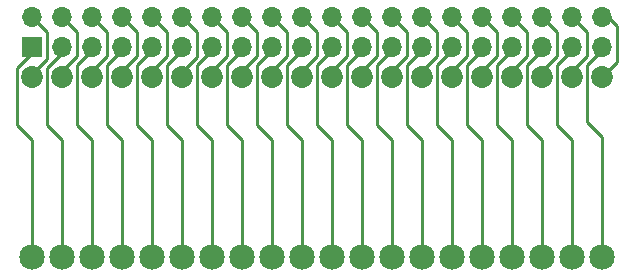
<source format=gbr>
G04 #@! TF.FileFunction,Copper,L1,Top,Signal*
%FSLAX46Y46*%
G04 Gerber Fmt 4.6, Leading zero omitted, Abs format (unit mm)*
G04 Created by KiCad (PCBNEW 4.0.4-stable) date 12/12/17 20:44:01*
%MOMM*%
%LPD*%
G01*
G04 APERTURE LIST*
%ADD10C,0.100000*%
%ADD11R,1.700000X1.700000*%
%ADD12O,1.700000X1.700000*%
%ADD13C,2.159000*%
%ADD14C,1.854200*%
%ADD15C,0.250000*%
G04 APERTURE END LIST*
D10*
D11*
X127000000Y-91440000D03*
D12*
X127000000Y-88900000D03*
X129540000Y-91440000D03*
X129540000Y-88900000D03*
X132080000Y-91440000D03*
X132080000Y-88900000D03*
X134620000Y-91440000D03*
X134620000Y-88900000D03*
X137160000Y-91440000D03*
X137160000Y-88900000D03*
X139700000Y-91440000D03*
X139700000Y-88900000D03*
X142240000Y-91440000D03*
X142240000Y-88900000D03*
X144780000Y-91440000D03*
X144780000Y-88900000D03*
X147320000Y-91440000D03*
X147320000Y-88900000D03*
X149860000Y-91440000D03*
X149860000Y-88900000D03*
X152400000Y-91440000D03*
X152400000Y-88900000D03*
X154940000Y-91440000D03*
X154940000Y-88900000D03*
X157480000Y-91440000D03*
X157480000Y-88900000D03*
X160020000Y-91440000D03*
X160020000Y-88900000D03*
X162560000Y-91440000D03*
X162560000Y-88900000D03*
X165100000Y-91440000D03*
X165100000Y-88900000D03*
X167640000Y-91440000D03*
X167640000Y-88900000D03*
X170180000Y-91440000D03*
X170180000Y-88900000D03*
X172720000Y-91440000D03*
X172720000Y-88900000D03*
X175260000Y-91440000D03*
X175260000Y-88900000D03*
D13*
X149860000Y-109220000D03*
X127000000Y-109220000D03*
X129540000Y-109220000D03*
X132080000Y-109220000D03*
X134620000Y-109220000D03*
X137160000Y-109220000D03*
X139700000Y-109220000D03*
X142240000Y-109220000D03*
X144780000Y-109220000D03*
X147320000Y-109220000D03*
X152400000Y-109220000D03*
X154940000Y-109220000D03*
X157480000Y-109220000D03*
X160020000Y-109220000D03*
X162560000Y-109220000D03*
X165100000Y-109220000D03*
X167640000Y-109220000D03*
X170180000Y-109220000D03*
X172720000Y-109220000D03*
X175260000Y-109220000D03*
D14*
X175260000Y-93980000D03*
X172720000Y-93980000D03*
X170180000Y-93980000D03*
X167640000Y-93980000D03*
X165100000Y-93980000D03*
X162560000Y-93980000D03*
X160020000Y-93980000D03*
X157480000Y-93980000D03*
X154940000Y-93980000D03*
X152400000Y-93980000D03*
X149860000Y-93980000D03*
X147320000Y-93980000D03*
X144780000Y-93980000D03*
X142240000Y-93980000D03*
X139700000Y-93980000D03*
X137160000Y-93980000D03*
X134620000Y-93980000D03*
X132080000Y-93980000D03*
X129540000Y-93980000D03*
X127000000Y-93980000D03*
D15*
X149860000Y-91440000D02*
X149860000Y-91694000D01*
X149860000Y-91694000D02*
X148590000Y-92964000D01*
X148590000Y-92964000D02*
X148590000Y-98044000D01*
X148590000Y-98044000D02*
X149860000Y-99314000D01*
X149860000Y-99314000D02*
X149860000Y-109220000D01*
X127000000Y-91440000D02*
X127000000Y-91948000D01*
X127000000Y-91948000D02*
X125730000Y-93218000D01*
X125730000Y-93218000D02*
X125730000Y-98044000D01*
X125730000Y-98044000D02*
X127000000Y-99314000D01*
X127000000Y-99314000D02*
X127000000Y-109220000D01*
X129540000Y-91440000D02*
X129540000Y-91694000D01*
X129794000Y-91694000D02*
X128270000Y-93218000D01*
X128270000Y-93218000D02*
X128270000Y-98044000D01*
X128270000Y-98044000D02*
X129540000Y-99314000D01*
X129540000Y-99314000D02*
X129540000Y-109220000D01*
X132080000Y-91440000D02*
X132080000Y-91694000D01*
X132080000Y-91694000D02*
X130810000Y-92964000D01*
X130810000Y-92964000D02*
X130810000Y-98044000D01*
X130810000Y-98044000D02*
X132080000Y-99314000D01*
X132080000Y-99314000D02*
X132080000Y-109220000D01*
X134620000Y-91440000D02*
X134620000Y-91694000D01*
X134620000Y-91694000D02*
X133350000Y-92964000D01*
X133350000Y-92964000D02*
X133350000Y-98044000D01*
X133350000Y-98044000D02*
X134620000Y-99314000D01*
X134620000Y-99314000D02*
X134620000Y-109220000D01*
X137160000Y-91440000D02*
X137160000Y-91694000D01*
X137160000Y-91694000D02*
X135890000Y-92964000D01*
X135890000Y-92964000D02*
X135890000Y-98044000D01*
X135890000Y-98044000D02*
X137160000Y-99314000D01*
X137160000Y-99314000D02*
X137160000Y-109220000D01*
X139700000Y-91440000D02*
X139700000Y-91694000D01*
X139700000Y-91694000D02*
X138430000Y-92964000D01*
X138430000Y-92964000D02*
X138430000Y-98044000D01*
X138430000Y-98044000D02*
X139700000Y-99314000D01*
X139700000Y-99314000D02*
X139700000Y-109220000D01*
X142240000Y-91440000D02*
X142240000Y-91694000D01*
X142240000Y-91694000D02*
X140970000Y-92964000D01*
X140970000Y-92964000D02*
X140970000Y-98044000D01*
X140970000Y-98044000D02*
X142240000Y-99314000D01*
X142240000Y-99314000D02*
X142240000Y-109220000D01*
X144780000Y-91440000D02*
X144780000Y-91694000D01*
X144780000Y-91694000D02*
X143510000Y-92964000D01*
X143510000Y-92964000D02*
X143510000Y-98044000D01*
X143510000Y-98044000D02*
X144780000Y-99314000D01*
X144780000Y-99314000D02*
X144780000Y-109220000D01*
X147320000Y-91440000D02*
X147320000Y-91694000D01*
X147320000Y-91694000D02*
X146050000Y-92964000D01*
X146050000Y-92964000D02*
X146050000Y-98044000D01*
X146050000Y-98044000D02*
X147320000Y-99314000D01*
X147320000Y-99314000D02*
X147320000Y-109220000D01*
X152400000Y-91440000D02*
X152400000Y-91694000D01*
X152400000Y-91694000D02*
X151130000Y-92964000D01*
X151130000Y-92964000D02*
X151130000Y-98044000D01*
X151130000Y-98044000D02*
X152400000Y-99314000D01*
X152400000Y-99314000D02*
X152400000Y-109220000D01*
X154940000Y-91440000D02*
X154940000Y-91694000D01*
X154940000Y-91694000D02*
X153670000Y-92964000D01*
X153670000Y-92964000D02*
X153670000Y-98044000D01*
X153670000Y-98044000D02*
X154940000Y-99314000D01*
X154940000Y-99314000D02*
X154940000Y-109220000D01*
X157480000Y-91440000D02*
X157480000Y-91694000D01*
X157480000Y-91694000D02*
X156210000Y-92964000D01*
X156210000Y-92964000D02*
X156210000Y-98044000D01*
X156210000Y-98044000D02*
X157480000Y-99314000D01*
X157480000Y-99314000D02*
X157480000Y-109220000D01*
X160020000Y-91440000D02*
X160020000Y-91694000D01*
X160020000Y-91694000D02*
X158750000Y-92964000D01*
X158750000Y-92964000D02*
X158750000Y-98044000D01*
X158750000Y-98044000D02*
X160020000Y-99314000D01*
X160020000Y-99314000D02*
X160020000Y-109220000D01*
X162560000Y-91440000D02*
X162560000Y-91694000D01*
X162560000Y-91694000D02*
X161290000Y-92964000D01*
X161290000Y-92964000D02*
X161290000Y-98044000D01*
X161290000Y-98044000D02*
X162560000Y-99314000D01*
X162560000Y-99314000D02*
X162560000Y-109220000D01*
X165100000Y-91440000D02*
X165100000Y-91694000D01*
X165100000Y-91694000D02*
X163830000Y-92964000D01*
X163830000Y-92964000D02*
X163830000Y-98044000D01*
X163830000Y-98044000D02*
X165100000Y-99314000D01*
X165100000Y-99314000D02*
X165100000Y-109220000D01*
X167640000Y-91440000D02*
X167640000Y-91694000D01*
X167640000Y-91694000D02*
X166370000Y-92964000D01*
X166370000Y-92964000D02*
X166370000Y-98044000D01*
X166370000Y-98044000D02*
X167640000Y-99314000D01*
X167640000Y-99314000D02*
X167640000Y-109220000D01*
X170180000Y-91440000D02*
X170180000Y-91694000D01*
X170180000Y-91694000D02*
X168910000Y-92964000D01*
X168910000Y-92964000D02*
X168910000Y-98044000D01*
X168910000Y-98044000D02*
X170180000Y-99314000D01*
X170180000Y-99314000D02*
X170180000Y-109220000D01*
X172720000Y-91440000D02*
X172720000Y-91694000D01*
X172720000Y-91694000D02*
X171450000Y-92964000D01*
X171450000Y-92964000D02*
X171450000Y-98044000D01*
X171450000Y-98044000D02*
X172720000Y-99314000D01*
X172720000Y-99314000D02*
X172720000Y-109220000D01*
X173990000Y-92964000D02*
X175260000Y-91694000D01*
X175260000Y-91694000D02*
X175260000Y-91440000D01*
X175260000Y-91948000D02*
X175260000Y-91440000D01*
X173990000Y-93472000D02*
X173990000Y-92964000D01*
X175260000Y-99060000D02*
X173990000Y-97790000D01*
X173990000Y-97790000D02*
X173990000Y-93472000D01*
X175260000Y-109220000D02*
X175260000Y-99060000D01*
X175260000Y-93980000D02*
X176530000Y-92710000D01*
X176530000Y-89662000D02*
X175768000Y-88900000D01*
X176530000Y-92710000D02*
X176530000Y-89662000D01*
X175768000Y-88900000D02*
X175260000Y-88900000D01*
X172720000Y-93980000D02*
X172720000Y-93472000D01*
X172720000Y-93472000D02*
X173990000Y-92202000D01*
X173990000Y-92202000D02*
X173990000Y-90170000D01*
X173990000Y-90170000D02*
X172720000Y-88900000D01*
X170180000Y-93980000D02*
X170180000Y-93472000D01*
X170180000Y-93472000D02*
X171450000Y-92202000D01*
X171450000Y-92202000D02*
X171450000Y-90170000D01*
X171450000Y-90170000D02*
X170180000Y-88900000D01*
X167640000Y-93980000D02*
X167640000Y-93472000D01*
X167640000Y-93472000D02*
X168910000Y-92202000D01*
X168910000Y-92202000D02*
X168910000Y-90170000D01*
X168910000Y-90170000D02*
X167640000Y-88900000D01*
X165100000Y-93980000D02*
X165100000Y-93472000D01*
X165100000Y-93472000D02*
X166370000Y-92202000D01*
X166370000Y-92202000D02*
X166370000Y-90170000D01*
X166370000Y-90170000D02*
X165100000Y-88900000D01*
X162560000Y-93980000D02*
X162560000Y-93472000D01*
X162560000Y-93472000D02*
X163830000Y-92202000D01*
X163830000Y-92202000D02*
X163830000Y-90170000D01*
X163830000Y-90170000D02*
X162560000Y-88900000D01*
X160020000Y-93980000D02*
X160020000Y-93472000D01*
X160020000Y-93472000D02*
X161290000Y-92202000D01*
X161290000Y-92202000D02*
X161290000Y-90170000D01*
X161290000Y-90170000D02*
X160020000Y-88900000D01*
X157480000Y-93980000D02*
X157480000Y-93472000D01*
X157480000Y-93472000D02*
X158750000Y-92202000D01*
X158750000Y-92202000D02*
X158750000Y-90170000D01*
X158750000Y-90170000D02*
X157480000Y-88900000D01*
X154940000Y-93980000D02*
X154940000Y-93472000D01*
X154940000Y-93472000D02*
X156210000Y-92202000D01*
X156210000Y-92202000D02*
X156210000Y-90170000D01*
X156210000Y-90170000D02*
X154940000Y-88900000D01*
X152400000Y-93980000D02*
X152400000Y-93472000D01*
X152400000Y-93472000D02*
X153670000Y-92202000D01*
X153670000Y-92202000D02*
X153670000Y-90170000D01*
X153670000Y-90170000D02*
X152400000Y-88900000D01*
X149860000Y-93980000D02*
X149860000Y-93472000D01*
X149860000Y-93472000D02*
X151130000Y-92202000D01*
X151130000Y-92202000D02*
X151130000Y-90170000D01*
X151130000Y-90170000D02*
X149860000Y-88900000D01*
X147320000Y-93980000D02*
X147320000Y-93472000D01*
X147320000Y-93472000D02*
X148590000Y-92202000D01*
X148590000Y-92202000D02*
X148590000Y-90170000D01*
X148590000Y-90170000D02*
X147320000Y-88900000D01*
X144780000Y-93980000D02*
X144780000Y-93472000D01*
X144780000Y-93472000D02*
X146050000Y-92202000D01*
X146050000Y-92202000D02*
X146050000Y-90170000D01*
X146050000Y-90170000D02*
X144780000Y-88900000D01*
X142240000Y-93980000D02*
X142240000Y-93472000D01*
X142240000Y-93472000D02*
X143510000Y-92202000D01*
X143510000Y-92202000D02*
X143510000Y-90170000D01*
X143510000Y-90170000D02*
X142240000Y-88900000D01*
X139700000Y-93980000D02*
X139700000Y-93597602D01*
X139700000Y-93597602D02*
X140970000Y-92327602D01*
X140970000Y-92327602D02*
X140970000Y-90170000D01*
X140970000Y-90170000D02*
X139700000Y-88900000D01*
X137160000Y-93980000D02*
X137160000Y-93472000D01*
X137160000Y-93472000D02*
X138430000Y-92202000D01*
X138430000Y-92202000D02*
X138430000Y-90170000D01*
X138430000Y-90170000D02*
X137160000Y-88900000D01*
X134620000Y-93980000D02*
X134620000Y-93472000D01*
X134620000Y-93472000D02*
X135890000Y-92202000D01*
X135890000Y-92202000D02*
X135890000Y-90170000D01*
X135890000Y-90170000D02*
X134620000Y-88900000D01*
X132080000Y-93980000D02*
X132080000Y-93472000D01*
X132080000Y-93472000D02*
X133350000Y-92202000D01*
X133350000Y-92202000D02*
X133350000Y-90170000D01*
X133350000Y-90170000D02*
X132080000Y-88900000D01*
X129540000Y-93980000D02*
X129540000Y-93472000D01*
X129540000Y-93472000D02*
X130810000Y-92202000D01*
X130810000Y-92202000D02*
X130810000Y-90170000D01*
X130810000Y-90170000D02*
X129540000Y-88900000D01*
X127000000Y-93980000D02*
X127000000Y-93726000D01*
X127000000Y-93726000D02*
X128270000Y-92456000D01*
X128270000Y-92456000D02*
X128270000Y-90170000D01*
X128270000Y-90170000D02*
X127000000Y-88900000D01*
M02*

</source>
